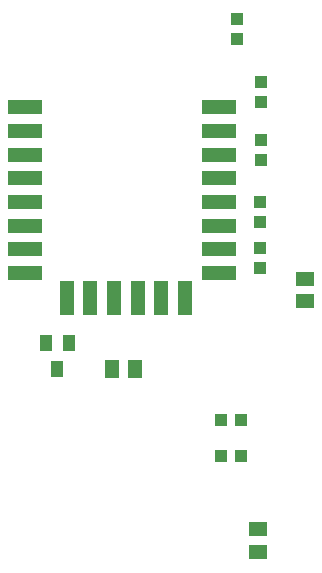
<source format=gtp>
G75*
%MOIN*%
%OFA0B0*%
%FSLAX25Y25*%
%IPPOS*%
%LPD*%
%AMOC8*
5,1,8,0,0,1.08239X$1,22.5*
%
%ADD10R,0.03937X0.05512*%
%ADD11R,0.11811X0.04724*%
%ADD12R,0.04724X0.11811*%
%ADD13R,0.06299X0.05118*%
%ADD14R,0.05118X0.06299*%
%ADD15R,0.04331X0.03937*%
%ADD16R,0.03937X0.04331*%
D10*
X0123393Y0092831D03*
X0130873Y0092831D03*
X0127133Y0084169D03*
D11*
X0116456Y0116217D03*
X0116456Y0124091D03*
X0116456Y0131965D03*
X0116456Y0139839D03*
X0116456Y0147713D03*
X0116456Y0155587D03*
X0116456Y0163461D03*
X0116456Y0171335D03*
X0181023Y0171335D03*
X0181023Y0163461D03*
X0181023Y0155587D03*
X0181023Y0147713D03*
X0181023Y0139839D03*
X0181023Y0131965D03*
X0181023Y0124091D03*
X0181023Y0116217D03*
D12*
X0169606Y0107949D03*
X0161732Y0107949D03*
X0153858Y0107949D03*
X0145984Y0107949D03*
X0138110Y0107949D03*
X0130236Y0107949D03*
D13*
X0209633Y0106760D03*
X0209633Y0114240D03*
X0194133Y0030740D03*
X0194133Y0023260D03*
D14*
X0152873Y0084000D03*
X0145393Y0084000D03*
D15*
X0194633Y0117654D03*
X0194633Y0124346D03*
X0194633Y0133154D03*
X0194633Y0139846D03*
X0195133Y0153654D03*
X0195133Y0160346D03*
X0195133Y0173154D03*
X0195133Y0179846D03*
X0187133Y0194154D03*
X0187133Y0200846D03*
D16*
X0188480Y0067000D03*
X0181787Y0067000D03*
X0181787Y0055000D03*
X0188480Y0055000D03*
M02*

</source>
